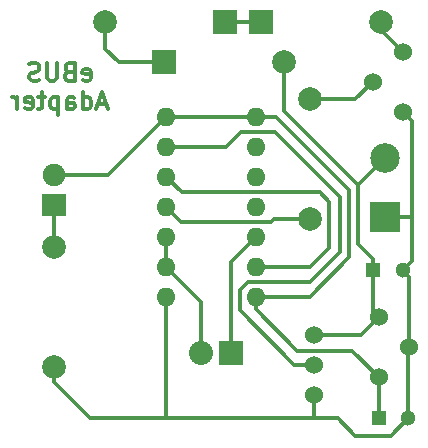
<source format=gbr>
G04 #@! TF.FileFunction,Copper,L2,Bot,Signal*
%FSLAX46Y46*%
G04 Gerber Fmt 4.6, Leading zero omitted, Abs format (unit mm)*
G04 Created by KiCad (PCBNEW 4.0.2-stable) date Monday, 26 September 2016 10:46:00*
%MOMM*%
G01*
G04 APERTURE LIST*
%ADD10C,0.100000*%
%ADD11C,0.300000*%
%ADD12R,2.500000X2.500000*%
%ADD13C,2.500000*%
%ADD14C,1.998980*%
%ADD15R,1.998980X1.998980*%
%ADD16R,2.000000X1.900000*%
%ADD17C,1.900000*%
%ADD18R,2.032000X2.032000*%
%ADD19O,2.032000X2.032000*%
%ADD20C,1.524000*%
%ADD21O,1.600000X1.600000*%
%ADD22R,1.300000X1.300000*%
%ADD23C,1.300000*%
G04 APERTURE END LIST*
D10*
D11*
X19964286Y-19407143D02*
X20107143Y-19478571D01*
X20392857Y-19478571D01*
X20535714Y-19407143D01*
X20607143Y-19264286D01*
X20607143Y-18692857D01*
X20535714Y-18550000D01*
X20392857Y-18478571D01*
X20107143Y-18478571D01*
X19964286Y-18550000D01*
X19892857Y-18692857D01*
X19892857Y-18835714D01*
X20607143Y-18978571D01*
X18750000Y-18692857D02*
X18535714Y-18764286D01*
X18464286Y-18835714D01*
X18392857Y-18978571D01*
X18392857Y-19192857D01*
X18464286Y-19335714D01*
X18535714Y-19407143D01*
X18678572Y-19478571D01*
X19250000Y-19478571D01*
X19250000Y-17978571D01*
X18750000Y-17978571D01*
X18607143Y-18050000D01*
X18535714Y-18121429D01*
X18464286Y-18264286D01*
X18464286Y-18407143D01*
X18535714Y-18550000D01*
X18607143Y-18621429D01*
X18750000Y-18692857D01*
X19250000Y-18692857D01*
X17750000Y-17978571D02*
X17750000Y-19192857D01*
X17678572Y-19335714D01*
X17607143Y-19407143D01*
X17464286Y-19478571D01*
X17178572Y-19478571D01*
X17035714Y-19407143D01*
X16964286Y-19335714D01*
X16892857Y-19192857D01*
X16892857Y-17978571D01*
X16250000Y-19407143D02*
X16035714Y-19478571D01*
X15678571Y-19478571D01*
X15535714Y-19407143D01*
X15464285Y-19335714D01*
X15392857Y-19192857D01*
X15392857Y-19050000D01*
X15464285Y-18907143D01*
X15535714Y-18835714D01*
X15678571Y-18764286D01*
X15964285Y-18692857D01*
X16107143Y-18621429D01*
X16178571Y-18550000D01*
X16250000Y-18407143D01*
X16250000Y-18264286D01*
X16178571Y-18121429D01*
X16107143Y-18050000D01*
X15964285Y-17978571D01*
X15607143Y-17978571D01*
X15392857Y-18050000D01*
X21928571Y-21450000D02*
X21214285Y-21450000D01*
X22071428Y-21878571D02*
X21571428Y-20378571D01*
X21071428Y-21878571D01*
X19928571Y-21878571D02*
X19928571Y-20378571D01*
X19928571Y-21807143D02*
X20071428Y-21878571D01*
X20357142Y-21878571D01*
X20500000Y-21807143D01*
X20571428Y-21735714D01*
X20642857Y-21592857D01*
X20642857Y-21164286D01*
X20571428Y-21021429D01*
X20500000Y-20950000D01*
X20357142Y-20878571D01*
X20071428Y-20878571D01*
X19928571Y-20950000D01*
X18571428Y-21878571D02*
X18571428Y-21092857D01*
X18642857Y-20950000D01*
X18785714Y-20878571D01*
X19071428Y-20878571D01*
X19214285Y-20950000D01*
X18571428Y-21807143D02*
X18714285Y-21878571D01*
X19071428Y-21878571D01*
X19214285Y-21807143D01*
X19285714Y-21664286D01*
X19285714Y-21521429D01*
X19214285Y-21378571D01*
X19071428Y-21307143D01*
X18714285Y-21307143D01*
X18571428Y-21235714D01*
X17857142Y-20878571D02*
X17857142Y-22378571D01*
X17857142Y-20950000D02*
X17714285Y-20878571D01*
X17428571Y-20878571D01*
X17285714Y-20950000D01*
X17214285Y-21021429D01*
X17142856Y-21164286D01*
X17142856Y-21592857D01*
X17214285Y-21735714D01*
X17285714Y-21807143D01*
X17428571Y-21878571D01*
X17714285Y-21878571D01*
X17857142Y-21807143D01*
X16714285Y-20878571D02*
X16142856Y-20878571D01*
X16499999Y-20378571D02*
X16499999Y-21664286D01*
X16428571Y-21807143D01*
X16285713Y-21878571D01*
X16142856Y-21878571D01*
X15071428Y-21807143D02*
X15214285Y-21878571D01*
X15499999Y-21878571D01*
X15642856Y-21807143D01*
X15714285Y-21664286D01*
X15714285Y-21092857D01*
X15642856Y-20950000D01*
X15499999Y-20878571D01*
X15214285Y-20878571D01*
X15071428Y-20950000D01*
X14999999Y-21092857D01*
X14999999Y-21235714D01*
X15714285Y-21378571D01*
X14357142Y-21878571D02*
X14357142Y-20878571D01*
X14357142Y-21164286D02*
X14285714Y-21021429D01*
X14214285Y-20950000D01*
X14071428Y-20878571D01*
X13928571Y-20878571D01*
D12*
X45500000Y-31000000D03*
D13*
X45500000Y-26000000D03*
D14*
X36960000Y-17897460D03*
D15*
X26800000Y-17897460D03*
D14*
X21840000Y-14502540D03*
D15*
X32000000Y-14502540D03*
D14*
X45160000Y-14497460D03*
D15*
X35000000Y-14497460D03*
D16*
X17500000Y-30000000D03*
D17*
X17500000Y-27460000D03*
D18*
X32500000Y-42500000D03*
D19*
X29960000Y-42500000D03*
D20*
X44460000Y-19540000D03*
X47000000Y-17000000D03*
X47000000Y-22080000D03*
D14*
X39200000Y-21000000D03*
X39200000Y-31160000D03*
X17500000Y-33500000D03*
X17500000Y-43660000D03*
D20*
X39500000Y-43540000D03*
X39500000Y-46080000D03*
X39500000Y-41000000D03*
X47540000Y-42040000D03*
X45000000Y-44580000D03*
X45000000Y-39500000D03*
D21*
X27000000Y-22500000D03*
X27000000Y-25040000D03*
X27000000Y-27580000D03*
X27000000Y-30120000D03*
X27000000Y-32660000D03*
X27000000Y-35200000D03*
X27000000Y-37740000D03*
X34620000Y-37740000D03*
X34620000Y-35200000D03*
X34620000Y-32660000D03*
X34620000Y-30120000D03*
X34620000Y-27580000D03*
X34620000Y-25040000D03*
X34620000Y-22500000D03*
D22*
X44500000Y-35500000D03*
D23*
X47000000Y-35500000D03*
D22*
X45000000Y-48000000D03*
D23*
X47500000Y-48000000D03*
D11*
X45500000Y-26000000D02*
X43250000Y-28250000D01*
X44500000Y-35500000D02*
X44500000Y-34550000D01*
X44500000Y-34550000D02*
X43250000Y-33300000D01*
X43250000Y-33300000D02*
X43250000Y-28250000D01*
X37000000Y-22000000D02*
X37000000Y-17937460D01*
X43250000Y-28250000D02*
X37000000Y-22000000D01*
X37000000Y-17937460D02*
X36960000Y-17897460D01*
X44500000Y-35500000D02*
X44500000Y-35000000D01*
X44500000Y-35500000D02*
X44500000Y-39000000D01*
X44500000Y-39000000D02*
X45000000Y-39500000D01*
X39500000Y-41000000D02*
X43500000Y-41000000D01*
X43500000Y-41000000D02*
X45000000Y-39500000D01*
X47761999Y-22841999D02*
X47761999Y-31000000D01*
X47761999Y-31000000D02*
X47761999Y-34738001D01*
X45500000Y-31000000D02*
X47761999Y-31000000D01*
X47000000Y-22080000D02*
X47761999Y-22841999D01*
X47761999Y-34738001D02*
X47649999Y-34850001D01*
X47649999Y-34850001D02*
X47000000Y-35500000D01*
X27000000Y-37740000D02*
X27000000Y-48000000D01*
X39500000Y-46080000D02*
X39500000Y-48000000D01*
X47540000Y-42040000D02*
X47540000Y-36040000D01*
X47540000Y-36040000D02*
X47000000Y-35500000D01*
X47500000Y-48000000D02*
X47500000Y-42080000D01*
X47500000Y-42080000D02*
X47540000Y-42040000D01*
X17500000Y-43660000D02*
X17500000Y-45000000D01*
X46000000Y-49500000D02*
X47540000Y-47960000D01*
X43000000Y-49500000D02*
X46000000Y-49500000D01*
X41500000Y-48000000D02*
X43000000Y-49500000D01*
X20500000Y-48000000D02*
X27000000Y-48000000D01*
X27000000Y-48000000D02*
X39500000Y-48000000D01*
X39500000Y-48000000D02*
X41500000Y-48000000D01*
X17500000Y-45000000D02*
X20500000Y-48000000D01*
X34620000Y-37740000D02*
X34620000Y-38820000D01*
X42720000Y-42300000D02*
X45000000Y-44580000D01*
X38100000Y-42300000D02*
X42720000Y-42300000D01*
X34620000Y-38820000D02*
X38100000Y-42300000D01*
X34620000Y-22500000D02*
X36300000Y-22500000D01*
X36300000Y-22500000D02*
X42500000Y-28700000D01*
X39160000Y-37740000D02*
X34620000Y-37740000D01*
X42500000Y-34400000D02*
X39160000Y-37740000D01*
X42500000Y-28700000D02*
X42500000Y-34400000D01*
X17500000Y-27460000D02*
X22040000Y-27460000D01*
X22040000Y-27460000D02*
X27000000Y-22500000D01*
X27000000Y-22500000D02*
X34620000Y-22500000D01*
X45000000Y-48000000D02*
X45000000Y-44580000D01*
X21840000Y-14502540D02*
X21840000Y-16740000D01*
X22997460Y-17897460D02*
X26800000Y-17897460D01*
X21840000Y-16740000D02*
X22997460Y-17897460D01*
X35000000Y-14497460D02*
X32005080Y-14497460D01*
X32005080Y-14497460D02*
X32000000Y-14502540D01*
X47000000Y-17000000D02*
X45160000Y-15160000D01*
X45160000Y-15160000D02*
X45160000Y-14497460D01*
X45500000Y-14837460D02*
X45160000Y-14497460D01*
X17500000Y-30000000D02*
X17500000Y-33500000D01*
X32500000Y-42500000D02*
X32500000Y-34780000D01*
X32500000Y-34780000D02*
X34620000Y-32660000D01*
X27000000Y-32660000D02*
X27000000Y-35200000D01*
X29960000Y-42500000D02*
X29960000Y-38160000D01*
X29960000Y-38160000D02*
X27000000Y-35200000D01*
X39200000Y-21000000D02*
X43000000Y-21000000D01*
X43000000Y-21000000D02*
X44460000Y-19540000D01*
X39200000Y-31160000D02*
X36140000Y-31160000D01*
X28280000Y-31400000D02*
X27000000Y-30120000D01*
X35900000Y-31400000D02*
X28280000Y-31400000D01*
X36140000Y-31160000D02*
X35900000Y-31400000D01*
X27000000Y-25040000D02*
X32060000Y-25040000D01*
X37840000Y-43540000D02*
X39500000Y-43540000D01*
X33200000Y-38900000D02*
X37840000Y-43540000D01*
X33200000Y-37200000D02*
X33200000Y-38900000D01*
X33900000Y-36500000D02*
X33200000Y-37200000D01*
X39200000Y-36500000D02*
X33900000Y-36500000D01*
X41700000Y-34000000D02*
X39200000Y-36500000D01*
X41700000Y-29300000D02*
X41700000Y-34000000D01*
X36200000Y-23800000D02*
X41700000Y-29300000D01*
X33300000Y-23800000D02*
X36200000Y-23800000D01*
X32060000Y-25040000D02*
X33300000Y-23800000D01*
X34620000Y-35200000D02*
X39200000Y-35200000D01*
X28320000Y-28900000D02*
X27000000Y-27580000D01*
X40000000Y-28900000D02*
X28320000Y-28900000D01*
X40800000Y-29700000D02*
X40000000Y-28900000D01*
X40800000Y-33600000D02*
X40800000Y-29700000D01*
X39200000Y-35200000D02*
X40800000Y-33600000D01*
M02*

</source>
